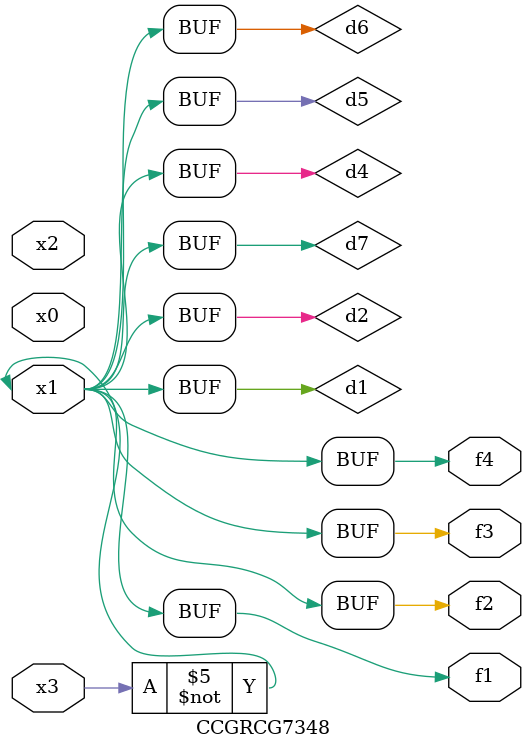
<source format=v>
module CCGRCG7348(
	input x0, x1, x2, x3,
	output f1, f2, f3, f4
);

	wire d1, d2, d3, d4, d5, d6, d7;

	not (d1, x3);
	buf (d2, x1);
	xnor (d3, d1, d2);
	nor (d4, d1);
	buf (d5, d1, d2);
	buf (d6, d4, d5);
	nand (d7, d4);
	assign f1 = d6;
	assign f2 = d7;
	assign f3 = d6;
	assign f4 = d6;
endmodule

</source>
